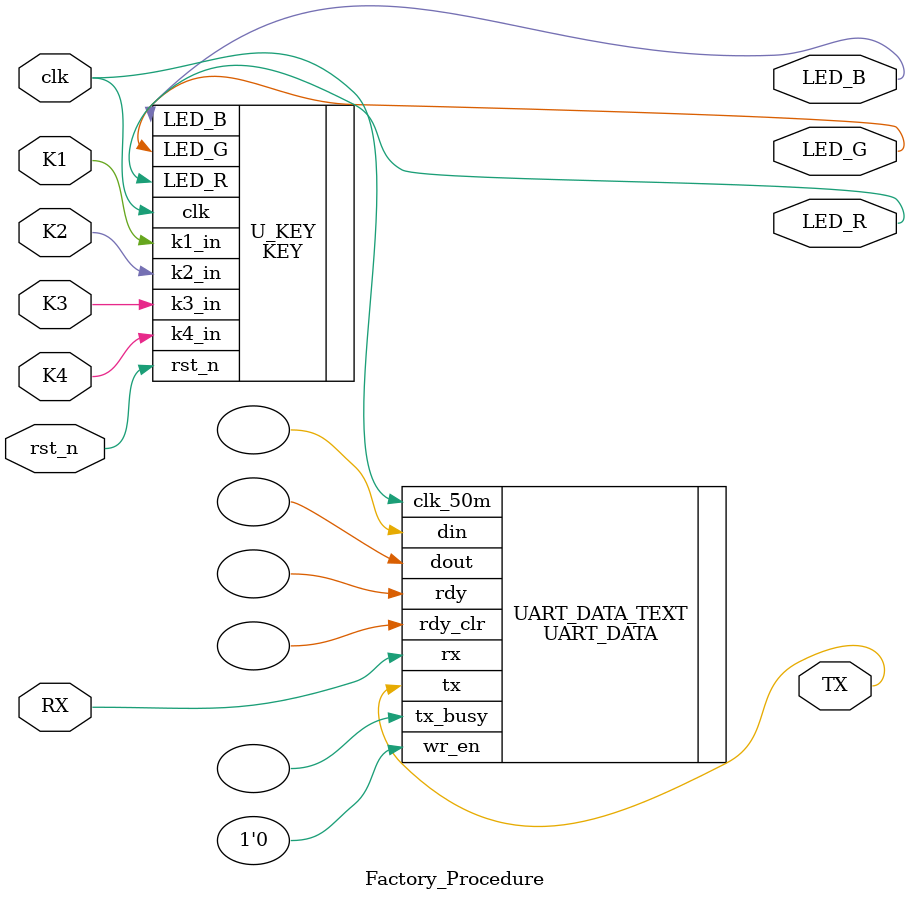
<source format=v>
module Factory_Procedure(
	input clk,
	input rst_n,
	input RX,
	output TX,
	input K1,
	input K2,
	input K3,
	input K4,
	output LED_R,
	output LED_G,
	output LED_B
);

// 串口通信
UART_DATA UART_DATA_TEXT(
	.din(),
	.wr_en(1'b0),
	.clk_50m(clk),
	.tx(TX),
	.tx_busy(),
	.rx(RX),
	.rdy(),
	.rdy_clr(),
	.dout()
);

// 按键测试及三色灯测试
KEY U_KEY(
	.clk(clk),
	.rst_n(rst_n),
	.k1_in(K1),
	.k2_in(K2),
	.k3_in(K3),
	.k4_in(K4),
	.LED_R(LED_R),
	.LED_G(LED_G),
	.LED_B(LED_B)
);

endmodule 
</source>
